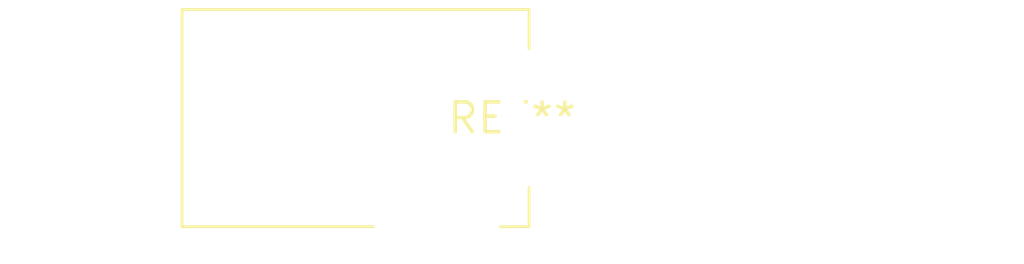
<source format=kicad_pcb>
(kicad_pcb (version 20240108) (generator pcbnew)
  (layers (0 "F.Cu" signal) (31 "B.Cu" signal) (34 "B.Paste" user) (35 "F.Paste" user) (36 "B.SilkS" user "B.Silkscreen") (37 "F.SilkS" user "F.Silkscreen") (38 "B.Mask" user) (39 "F.Mask" user) (44 "Edge.Cuts" user))
  (net 0 "")
  (footprint "BarrelJack_Kycon_KLDX-0202-xC_Horizontal" (layer "F.Cu") (at 0 0)
    (property "Reference" "REF**")
    (property "Value" "BarrelJack_Kycon_KLDX-0202-xC_Horizontal")
    (fp_line (start -14.02 -4.62) (end -14.02 4.62) (layer "F.SilkS") (stroke (width 0.12)))
    (fp_line (start -14.02 4.62) (end -5.9 4.62) (layer "F.SilkS") (stroke (width 0.12)))
    (fp_line (start -0.5 4.62) (end 0.72 4.62) (layer "F.SilkS") (stroke (width 0.12)))
    (fp_line (start 0.72 -4.62) (end -14.02 -4.62) (layer "F.SilkS") (stroke (width 0.12)))
    (fp_line (start 0.72 -2.95) (end 0.72 -4.62) (layer "F.SilkS") (stroke (width 0.12)))
    (fp_line (start 0.72 4.62) (end 0.72 2.95) (layer "F.SilkS") (stroke (width 0.12)))
    (pad "1" thru_hole rect (at 0 0) (size 2 4.5) (drill oval 1 3.5) (layers *.Cu *.Mask) (remove_unused_layers))
    (pad "2" thru_hole oval (at -6.2 0) (size 2 4) (drill oval 1 3) (layers *.Cu *.Mask) (remove_unused_layers))
    (pad "3" thru_hole oval (at -3.2 4.7 90) (size 2 4) (drill oval 1 3) (layers *.Cu *.Mask) (remove_unused_layers))
  )
)
</source>
